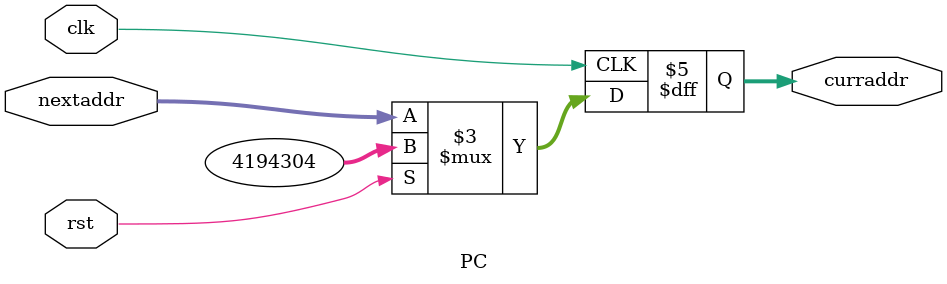
<source format=v>
module PC(
    input clk,
    input rst,
    input [31:0] nextaddr,
    output reg [31:0] curraddr
);
    always @(posedge clk)
        if (rst)
            curraddr <= 32'h00400000;
        else
            curraddr <= nextaddr;
endmodule
</source>
